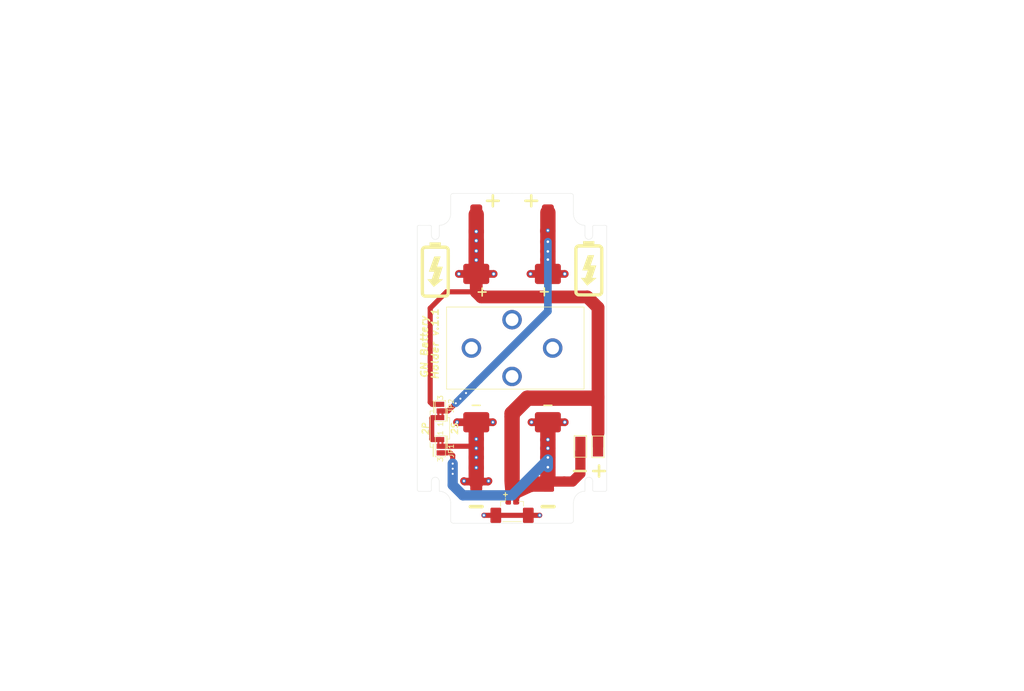
<source format=kicad_pcb>
(kicad_pcb (version 20211014) (generator pcbnew)
  (title_block (title "Generic Node Battery Holder") (date "2020-09-30") (rev "1.1") (company "The Things Industries") (comment 1 "drawn by: Orkhan Amiraslanov"))
  (layers (0 "F.Cu" signal) (31 "B.Cu" signal) (34 "B.Paste" user) (35 "F.Paste" user) (36 "B.SilkS" user "B.Silkscreen") (37 "F.SilkS" user "F.Silkscreen") (38 "B.Mask" user) (39 "F.Mask" user) (44 "Edge.Cuts" user))
  (net 0 "")
  (net 1 "VCC")
  (net 2 "GND")
  (net 3 "Net-(BT1-Pad1)")
  (net 4 "Net-(BT2-Pad2)")
  (net 5 "Net-(JP1-Pad1)")
  (footprint "node-lib-v1:Keystone_69_clip" (layer "F.Cu") (at 150 98 180)
    (fp_text reference "BTclip1" hide)
    (fp_text value "PN69")
    (fp_line (start -14.0716 -8.0264) (end 12.8016 -8.0264) (layer "F.SilkS") (width 0.12))
    (fp_line (start 12.8016 -8.0264) (end 12.8016 8.0264) (layer "F.SilkS") (width 0.12))
    (fp_line (start 12.8016 8.0264) (end -14.0716 8.0264) (layer "F.SilkS") (width 0.12))
    (fp_line (start -14.0716 8.0264) (end -14.0716 -8.0264) (layer "F.SilkS") (width 0.12))
    (pad "1" thru_hole circle locked (at 0 5.5499 180) (size 3.81 3.81) (drill 2.4892) (layers *.Cu *.Mask))
    (pad "1" thru_hole circle locked (at 7.9375 0 180) (size 3.81 3.81) (drill 2.4892) (layers *.Cu *.Mask))
    (pad "1" thru_hole circle locked (at 0 -5.5499 180) (size 3.81 3.81) (drill 2.4892) (layers *.Cu *.Mask))
    (pad "1" thru_hole circle locked (at -7.9375 0 180) (size 3.81 3.81) (drill 2.4892) (layers *.Cu *.Mask "F.Paste"))
  )
  (footprint "node-lib-v1:keystone-PN57" (layer "F.Cu") (at 143 98 90)
    (fp_text reference "BT2" hide)
    (fp_text value "PN57" hide)
    (fp_text user "-" (at -11.05 0) (layer "F.SilkS") (effects (font (size 2 2) (thickness 0.3))))
    (fp_text user "+" (at 10.956 1.011 90) (layer "F.SilkS") (effects (font (size 2 2) (thickness 0.3))))
    (pad "1" smd roundrect locked (at 26.1112 0 90) (size 3.9624 2.3368) (layers "F.Cu" "F.Paste" "F.Mask") (roundrect_rratio 0.2139999144) (net 1 "VCC"))
    (pad "1" smd roundrect locked (at 14.5034 0 90) (size 3.96 5.08) (layers "F.Cu" "F.Paste" "F.Mask") (roundrect_rratio 0.126) (net 1 "VCC"))
    (pad "2" smd roundrect locked (at -14.5034 0 90) (size 3.96 5.08) (layers "F.Cu" "F.Paste" "F.Mask") (roundrect_rratio 0.126) (net 4 "Net-(BT2-Pad2)"))
    (pad "2" smd roundrect locked (at -26.1112 0 90) (size 3.9624 2.3368) (layers "F.Cu" "F.Paste" "F.Mask") (roundrect_rratio 0.2139999144) (net 4 "Net-(BT2-Pad2)"))
  )
  (footprint "TestPoint:TestPoint_Keystone_5019_Minature" (layer "F.Cu") (at 166.8 117.3 -90)
    (fp_text reference "J2" hide)
    (fp_text value "Batt+")
    (fp_line (start 2.1 -1.2) (end 2.1 1.2) (layer "F.SilkS") (width 0.15))
    (fp_line (start -2.1 -1.2) (end 2.1 -1.2) (layer "F.SilkS") (width 0.15))
    (fp_line (start -2.1 1.2) (end -2.1 -1.2) (layer "F.SilkS") (width 0.15))
    (fp_line (start 2.1 1.2) (end -2.1 1.2) (layer "F.SilkS") (width 0.15))
    (pad "1" smd rect locked (at 0 0 270) (size 3.8 2) (layers "F.Cu" "F.Mask") (net 1 "VCC"))
  )
  (footprint "node-lib-v1:keystone-PN57" (layer "F.Cu") (at 157 98 90)
    (fp_text reference "BT1" hide)
    (fp_text value "PN57")
    (fp_text user "-" (at -11.05 0) (layer "F.SilkS") (effects (font (size 2 2) (thickness 0.3))))
    (fp_text user "+" (at 11.004 -0.843 90) (layer "F.SilkS") (effects (font (size 2 2) (thickness 0.3))))
    (pad "1" smd roundrect locked (at 26.1112 0 90) (size 3.9624 2.3368) (layers "F.Cu" "F.Paste" "F.Mask") (roundrect_rratio 0.2139999144) (net 3 "Net-(BT1-Pad1)"))
    (pad "1" smd roundrect locked (at 14.5034 0 90) (size 3.96 5.08) (layers "F.Cu" "F.Paste" "F.Mask") (roundrect_rratio 0.126) (net 3 "Net-(BT1-Pad1)"))
    (pad "2" smd roundrect locked (at -26.1112 0 90) (size 3.9624 2.3368) (layers "F.Cu" "F.Paste" "F.Mask") (roundrect_rratio 0.2139999144) (net 2 "GND"))
    (pad "2" smd roundrect locked (at -14.5034 0 90) (size 3.96 5.08) (layers "F.Cu" "F.Paste" "F.Mask") (roundrect_rratio 0.126) (net 2 "GND"))
  )
  (footprint "TestPoint:TestPoint_Keystone_5019_Minature" (layer "F.Cu") (at 163.350001 117.25 90)
    (fp_text reference "J1" hide)
    (fp_text value "Batt-")
    (fp_line (start 2.1 -1.2) (end 2.1 1.2) (layer "F.SilkS") (width 0.15))
    (fp_line (start -2.1 1.2) (end -2.1 -1.2) (layer "F.SilkS") (width 0.15))
    (fp_line (start -2.1 -1.2) (end 2.1 -1.2) (layer "F.SilkS") (width 0.15))
    (fp_line (start 2.1 1.2) (end -2.1 1.2) (layer "F.SilkS") (width 0.15))
    (pad "1" smd rect locked (at 0 0 90) (size 3.8 2) (layers "F.Cu" "F.Mask") (net 2 "GND"))
  )
  (footprint "Connector_Molex:Molex_PicoBlade_53398-0271_1x02-1MP_P1.25mm_Vertical" (layer "F.Cu") (at 150 129.21)
    (fp_text reference "J3" hide)
    (fp_text value "MOLEX PicoBlade 1.25mm")
    (fp_line (start -2.235 -0.26) (end -2.235 -1.21) (layer "F.SilkS") (width 0.12))
    (fp_line (start 2.235 -1.21) (end 1.285 -1.21) (layer "F.SilkS") (width 0.12))
    (fp_line (start -2.235 -1.21) (end -1.285 -1.21) (layer "F.SilkS") (width 0.12))
    (fp_line (start 2.235 -0.26) (end 2.235 -1.21) (layer "F.SilkS") (width 0.12))
    (fp_line (start -1.865 2.71) (end 1.865 2.71) (layer "F.SilkS") (width 0.12))
    (fp_line (start -1.285 -1.21) (end -1.285 -1.9) (layer "F.SilkS") (width 0.12))
    (pad "1" smd roundrect locked (at -0.625 -1.25) (size 0.8 1.3) (layers "F.Cu" "F.Paste" "F.Mask") (net 1 "VCC"))
    (pad "2" smd roundrect locked (at 0.625 -1.25) (size 0.8 1.3) (layers "F.Cu" "F.Paste" "F.Mask") (net 2 "GND"))
    (pad "MP" smd roundrect locked (at 3.175 1.5) (size 2.1 3) (layers "F.Cu" "F.Paste" "F.Mask") (roundrect_rratio 0.1190471429))
    (pad "MP" smd roundrect locked (at -3.175 1.5) (size 2.1 3) (layers "F.Cu" "F.Paste" "F.Mask") (roundrect_rratio 0.1190471429))
  )
  (footprint "node-lib-v1:Icon_Battery_1200px" (layer "F.Cu") (at 135 82.75)
    (fp_text reference "G-BT1" hide)
    (fp_text value "LOGO" hide)
    (fp_poly (pts (xy 1.0795 -4.804833) (xy 1.508125 -4.804711) (xy 1.648031 -4.80365) (xy 1.782052 -4.800772) (xy 1.901206 -4.796408) (xy 1.996508 -4.790893) (xy 2.058975 -4.78456) (xy 2.06136 -4.784181) (xy 2.245435 -4.733347) (xy 2.413916 -4.646351) (xy 2.561919 -4.527986) (xy 2.684559 -4.383046) (xy 2.776951 -4.216326) (xy 2.834213 -4.03262) (xy 2.835895 -4.023977) (xy 2.838822 -3.986851) (xy 2.841536 -3.907589) (xy 2.844036 -3.786387) (xy 2.846321 -3.623444) (xy 2.84839 -3.418956) (xy 2.850242 -3.173119) (xy 2.851876 -2.886131) (xy 2.853292 -2.558189) (xy 2.854487 -2.189489) (xy 2.855463 -1.780228) (xy 2.856216 -1.330605) (xy 2.856747 -0.840814) (xy 2.857054 -0.311053) (xy 2.857137 0.25848) (xy 2.857133 0.315098) (xy 2.857107 0.823217) (xy 2.857092 1.290769) (xy 2.857039 1.719519) (xy 2.856901 2.111233) (xy 2.85663 2.467676) (xy 2.856179 2.790614) (xy 2.855501 3.081812) (xy 2.854547 3.343037) (xy 2.853271 3.576054) (xy 2.851625 3.782629) (xy 2.849561 3.964527) (xy 2.847033 4.123513) (xy 2.843991 4.261354) (xy 2.84039 4.379816) (xy 2.836181 4.480663) (xy 2.831318 4.565662) (xy 2.825752 4.636578) (xy 2.819436 4.695177) (xy 2.812322 4.743225) (xy 2.804364 4.782487) (xy 2.795513 4.814728) (xy 2.785722 4.841715) (xy 2.774944 4.865213) (xy 2.763131 4.886988) (xy 2.750235 4.908805) (xy 2.73621 4.932431) (xy 2.732789 4.938359) (xy 2.61615 5.100425) (xy 2.469414 5.234363) (xy 2.296778 5.33687) (xy 2.161105 5.388659) (xy 2.123148 5.393716) (xy 2.046501 5.398314) (xy 1.934748 5.402453) (xy 1.791473 5.406136) (xy 1.620261 5.409364) (xy 1.424696 5.412136) (xy 1.208363 5.414454) (xy 0.974845 5.416319) (xy 0.727728 5.417732) (xy 0.470595 5.418695) (xy 0.207031 5.419207) (xy -0.059379 5.41927) (xy -0.325051 5.418885) (xy -0.586401 5.418053) (xy -0.839845 5.416774) (xy -1.081797 5.415051) (xy -1.308674 5.412883) (xy -1.516891 5.410272) (xy -1.702863 5.407219) (xy -1.863007 5.403724) (xy -1.993738 5.399789) (xy -2.091471 5.395415) (xy -2.152623 5.390602) (xy -2.17033 5.387484) (xy -2.355671 5.307686) (xy -2.519841 5.193954) (xy -2.657233 5.050767) (xy -2.732789 4.938359) (xy -2.747083 4.914062) (xy -2.760236 4.891982) (xy -2.772296 4.870355) (xy -2.78331 4.847414) (xy -2.793326 4.821394) (xy -2.802391 4.790529) (xy -2.810552 4.753054) (xy -2.817857 4.707202) (xy -2.824354 4.651209) (xy -2.83009 4.583308) (xy -2.835113 4.501735) (xy -2.839469 4.404722) (xy -2.843207 4.290505) (xy -2.846374 4.157318) (xy -2.849017 4.003396) (xy -2.851185 3.826972) (xy -2.852923 3.626281) (xy -2.854281 3.399557) (xy -2.855305 3.145035) (xy -2.856043 2.860949) (xy -2.856543 2.545533) (xy -2.856851 2.197022) (xy -2.857016 1.81365) (xy -2.857084 1.393652) (xy -2.857104 0.935261) (xy -2.857123 0.436712) (xy -2.857132 0.315098) (xy -2.857071 -0.258234) (xy -2.856786 -0.791812) (xy -2.856276 -1.285438) (xy -2.855544 -1.738917) (xy -2.85459 -2.152051) (xy -2.853415 -2.524644) (xy -2.852021 -2.856497) (xy -2.850407 -3.147416) (xy -2.848576 -3.397201) (xy -2.846528 -3.605658) (xy -2.844263 -3.772588) (xy -2.841784 -3.897795) (xy -2.839933 -3.955063) (xy -2.211916 -3.955063) (xy -2.211916 0.303177) (xy -2.211912 0.802361) (xy -2.211886 1.260965) (xy -2.211822 1.68074) (xy -2.211703 2.063439) (xy -2.211512 2.410814) (xy -2.211231 2.724618) (xy -2.210843 3.006603) (xy -2.210332 3.258521) (xy -2.20968 3.482124) (xy -2.20887 3.679166) (xy -2.207884 3.851399) (xy -2.206707 4.000574) (xy -2.20532 4.128445) (xy -2.203706 4.236763) (xy -2.201849 4.327282) (xy -2.199731 4.401753) (xy -2.197335 4.461929) (xy -2.194644 4.509562) (xy -2.19164 4.546404) (xy -2.188308 4.574209) (xy -2.184628 4.594728) (xy -2.180586 4.609714) (xy -2.176162 4.620919) (xy -2.171341 4.630096) (xy -2.169583 4.633106) (xy -2.120733 4.6927) (xy -2.058813 4.741266) (xy -2.053497 4.744231) (xy -2.039567 4.750894) (xy -2.022503 4.756763) (xy -1.999686 4.761887) (xy -1.968496 4.766317) (xy -1.926314 4.770104) (xy -1.870521 4.773298) (xy -1.798497 4.775948) (xy -1.707623 4.778106) (xy -1.59528 4.779821) (xy -1.458848 4.781145) (xy -1.295709 4.782126) (xy -1.103242 4.782816) (xy -0.878829 4.783265) (xy -0.61985 4.783523) (xy -0.323686 4.78364) (xy 0 4.783667) (xy 0.334552 4.783638) (xy 0.629389 4.783516) (xy 0.887132 4.783253) (xy 1.1104 4.782796) (xy 1.301811 4.782097) (xy 1.463985 4.781105) (xy 1.599542 4.779769) (xy 1.711101 4.778039) (xy 1.801281 4.775865) (xy 1.872702 4.773197) (xy 1.927982 4.769984) (xy 1.969741 4.766176) (xy 2.000598 4.761722) (xy 2.023173 4.756573) (xy 2.040085 4.750678) (xy 2.053497 4.744231) (xy 2.115283 4.697917) (xy 2.166409 4.63827) (xy 2.169584 4.633106) (xy 2.174546 4.624223) (xy 2.179105 4.613915) (xy 2.183277 4.60043) (xy 2.18708 4.582017) (xy 2.19053 4.556921) (xy 2.193645 4.523392) (xy 2.196442 4.479677) (xy 2.198937 4.424023) (xy 2.201149 4.354678) (xy 2.203095 4.269889) (xy 2.20479 4.167905) (xy 2.206254 4.046972) (xy 2.207501 3.905339) (xy 2.208551 3.741252) (xy 2.20942 3.552961) (xy 2.210124 3.338711) (xy 2.210682 3.096752) (xy 2.211111 2.82533) (xy 2.211426 2.522693) (xy 2.211647 2.187088) (xy 2.211789 1.816764) (xy 2.21187 1.409968) (xy 2.211906 0.964948) (xy 2.211916 0.47995) (xy 2.211917 0.303177) (xy 2.211917 -3.955063) (xy 2.168276 -4.013515) (xy 2.11786 -4.070029) (xy 2.066182 -4.115609) (xy 2.055833 -4.12292) (xy 2.043856 -4.129365) (xy 2.02767 -4.134999) (xy 2.004689 -4.139876) (xy 1.972332 -4.144052) (xy 1.928015 -4.147579) (xy 1.869154 -4.150514) (xy 1.793168 -4.15291) (xy 1.697471 -4.154823) (xy 1.579482 -4.156306) (xy 1.436618 -4.157414) (xy 1.266294 -4.158202) (xy 1.065927 -4.158725) (xy 0.832936 -4.159036) (xy 0.564735 -4.159191) (xy 0.258743 -4.159244) (xy 0 -4.15925) (xy -0.336364 -4.159238) (xy -0.632977 -4.159165) (xy -0.892424 -4.158977) (xy -1.117287 -4.15862) (xy -1.31015 -4.158038) (xy -1.473595 -4.157177) (xy -1.610205 -4.155983) (xy -1.722565 -4.154401) (xy -1.813257 -4.152377) (xy -1.884864 -4.149855) (xy -1.93997 -4.146782) (xy -1.981157 -4.143103) (xy -2.011009 -4.138763) (xy -2.03211 -4.133708) (xy -2.047041 -4.127882) (xy -2.058387 -4.121233) (xy -2.066181 -4.115609) (xy -2.122695 -4.065193) (xy -2.168275 -4.013515) (xy -2.211916 -3.955063) (xy -2.839933 -3.955063) (xy -2.839091 -3.981082) (xy -2.836184 -4.022252) (xy -2.835895 -4.023977) (xy -2.78034 -4.20834) (xy -2.689432 -4.375932) (xy -2.568056 -4.521961) (xy -2.421097 -4.641633) (xy -2.253437 -4.730154) (xy -2.069962 -4.782729) (xy -2.061359 -4.784181) (xy -1.999981 -4.790717) (xy -1.905644 -4.796398) (xy -1.787721 -4.800865) (xy -1.655584 -4.803755) (xy -1.529291 -4.804711) (xy -1.121833 -4.804833) (xy -1.121833 -5.418666) (xy 1.0795 -5.418666) (xy 1.0795 -4.804833)) (layer "F.SilkS") (width 0.01) (fill solid))
    (fp_poly (pts (xy 0.974554 -2.492693) (xy 0.93953 -2.391042) (xy 0.896247 -2.265781) (xy 0.846397 -2.121782) (xy 0.791675 -1.963912) (xy 0.733774 -1.797043) (xy 0.674387 -1.626043) (xy 0.615208 -1.455783) (xy 0.557929 -1.291132) (xy 0.504245 -1.136961) (xy 0.455849 -0.998138) (xy 0.414434 -0.879535) (xy 0.381694 -0.786019) (xy 0.359322 -0.722462) (xy 0.349011 -0.693733) (xy 0.348807 -0.693208) (xy 0.346702 -0.682092) (xy 0.353298 -0.673446) (xy 0.373163 -0.666963) (xy 0.410864 -0.662333) (xy 0.47097 -0.659249) (xy 0.558048 -0.657401) (xy 0.676666 -0.656482) (xy 0.831392 -0.656182) (xy 0.897319 -0.656166) (xy 1.046747 -0.655588) (xy 1.181273 -0.653958) (xy 1.295406 -0.651432) (xy 1.38365 -0.648168) (xy 1.440512 -0.644323) (xy 1.4605 -0.640083) (xy 1.453981 -0.617641) (xy 1.435198 -0.558589) (xy 1.405315 -0.466462) (xy 1.365497 -0.344799) (xy 1.316906 -0.197135) (xy 1.260707 -0.027008) (xy 1.198064 0.162046) (xy 1.13014 0.366491) (xy 1.060028 0.577001) (xy 0.659557 1.778) (xy 1.512455 1.778) (xy 1.460019 1.829369) (xy 1.429982 1.856331) (xy 1.372469 1.905663) (xy 1.291141 1.974346) (xy 1.18966 2.059365) (xy 1.071687 2.157703) (xy 0.940883 2.266344) (xy 0.800909 2.38227) (xy 0.655426 2.502465) (xy 0.508095 2.623913) (xy 0.362577 2.743597) (xy 0.222534 2.8585) (xy 0.091626 2.965606) (xy -0.026485 3.061898) (xy -0.128138 3.144359) (xy -0.209672 3.209973) (xy -0.267426 3.255723) (xy -0.297739 3.278593) (xy -0.301339 3.280659) (xy -0.317663 3.26494) (xy -0.358256 3.219858) (xy -0.420362 3.148634) (xy -0.501225 3.054493) (xy -0.598091 2.940654) (xy -0.708203 2.810342) (xy -0.828807 2.666779) (xy -0.939203 2.534709) (xy -1.561477 1.788584) (xy -1.125445 1.778) (xy -0.689413 1.767417) (xy -0.443537 1.04775) (xy -0.197661 0.328084) (xy -0.725449 0.322424) (xy -1.253238 0.316764) (xy -1.241341 0.269507) (xy -1.23237 0.242215) (xy -1.210222 0.178368) (xy -1.176064 0.081241) (xy -1.131061 -0.045891) (xy -1.076377 -0.199753) (xy -1.01318 -0.377071) (xy -0.942633 -0.574568) (xy -0.865902 -0.788971) (xy -0.784154 -1.017003) (xy -0.712318 -1.217083) (xy -0.195192 -2.656416) (xy 0.419753 -2.662026) (xy 1.034697 -2.667635) (xy 0.974554 -2.492693)) (layer "F.SilkS") (width 0.01) (fill solid))
  )
  (footprint "node-lib-v1:Icon_Battery_1200px" (layer "F.Cu") (at 165 82.5)
    (fp_text reference "G-BT1" hide)
    (fp_text value "LOGO" hide)
    (fp_poly (pts (xy 0.974554 -2.492693) (xy 0.93953 -2.391042) (xy 0.896247 -2.265781) (xy 0.846397 -2.121782) (xy 0.791675 -1.963912) (xy 0.733774 -1.797043) (xy 0.674387 -1.626043) (xy 0.615208 -1.455783) (xy 0.557929 -1.291132) (xy 0.504245 -1.136961) (xy 0.455849 -0.998138) (xy 0.414434 -0.879535) (xy 0.381694 -0.786019) (xy 0.359322 -0.722462) (xy 0.349011 -0.693733) (xy 0.348807 -0.693208) (xy 0.346702 -0.682092) (xy 0.353298 -0.673446) (xy 0.373163 -0.666963) (xy 0.410864 -0.662333) (xy 0.47097 -0.659249) (xy 0.558048 -0.657401) (xy 0.676666 -0.656482) (xy 0.831392 -0.656182) (xy 0.897319 -0.656166) (xy 1.046747 -0.655588) (xy 1.181273 -0.653958) (xy 1.295406 -0.651432) (xy 1.38365 -0.648168) (xy 1.440512 -0.644323) (xy 1.4605 -0.640083) (xy 1.453981 -0.617641) (xy 1.435198 -0.558589) (xy 1.405315 -0.466462) (xy 1.365497 -0.344799) (xy 1.316906 -0.197135) (xy 1.260707 -0.027008) (xy 1.198064 0.162046) (xy 1.13014 0.366491) (xy 1.060028 0.577001) (xy 0.659557 1.778) (xy 1.512455 1.778) (xy 1.460019 1.829369) (xy 1.429982 1.856331) (xy 1.372469 1.905663) (xy 1.291141 1.974346) (xy 1.18966 2.059365) (xy 1.071687 2.157703) (xy 0.940883 2.266344) (xy 0.800909 2.38227) (xy 0.655426 2.502465) (xy 0.508095 2.623913) (xy 0.362577 2.743597) (xy 0.222534 2.8585) (xy 0.091626 2.965606) (xy -0.026485 3.061898) (xy -0.128138 3.144359) (xy -0.209672 3.209973) (xy -0.267426 3.255723) (xy -0.297739 3.278593) (xy -0.301339 3.280659) (xy -0.317663 3.26494) (xy -0.358256 3.219858) (xy -0.420362 3.148634) (xy -0.501225 3.054493) (xy -0.598091 2.940654) (xy -0.708203 2.810342) (xy -0.828807 2.666779) (xy -0.939203 2.534709) (xy -1.561477 1.788584) (xy -1.125445 1.778) (xy -0.689413 1.767417) (xy -0.443537 1.04775) (xy -0.197661 0.328084) (xy -0.725449 0.322424) (xy -1.253238 0.316764) (xy -1.241341 0.269507) (xy -1.23237 0.242215) (xy -1.210222 0.178368) (xy -1.176064 0.081241) (xy -1.131061 -0.045891) (xy -1.076377 -0.199753) (xy -1.01318 -0.377071) (xy -0.942633 -0.574568) (xy -0.865902 -0.788971) (xy -0.784154 -1.017003) (xy -0.712318 -1.217083) (xy -0.195192 -2.656416) (xy 0.419753 -2.662026) (xy 1.034697 -2.667635) (xy 0.974554 -2.492693)) (layer "F.SilkS") (width 0.01) (fill solid))
    (fp_poly (pts (xy 1.0795 -4.804833) (xy 1.508125 -4.804711) (xy 1.648031 -4.80365) (xy 1.782052 -4.800772) (xy 1.901206 -4.796408) (xy 1.996508 -4.790893) (xy 2.058975 -4.78456) (xy 2.06136 -4.784181) (xy 2.245435 -4.733347) (xy 2.413916 -4.646351) (xy 2.561919 -4.527986) (xy 2.684559 -4.383046) (xy 2.776951 -4.216326) (xy 2.834213 -4.03262) (xy 2.835895 -4.023977) (xy 2.838822 -3.986851) (xy 2.841536 -3.907589) (xy 2.844036 -3.786387) (xy 2.846321 -3.623444) (xy 2.84839 -3.418956) (xy 2.850242 -3.173119) (xy 2.851876 -2.886131) (xy 2.853292 -2.558189) (xy 2.854487 -2.189489) (xy 2.855463 -1.780228) (xy 2.856216 -1.330605) (xy 2.856747 -0.840814) (xy 2.857054 -0.311053) (xy 2.857137 0.25848) (xy 2.857133 0.315098) (xy 2.857107 0.823217) (xy 2.857092 1.290769) (xy 2.857039 1.719519) (xy 2.856901 2.111233) (xy 2.85663 2.467676) (xy 2.856179 2.790614) (xy 2.855501 3.081812) (xy 2.854547 3.343037) (xy 2.853271 3.576054) (xy 2.851625 3.782629) (xy 2.849561 3.964527) (xy 2.847033 4.123513) (xy 2.843991 4.261354) (xy 2.84039 4.379816) (xy 2.836181 4.480663) (xy 2.831318 4.565662) (xy 2.825752 4.636578) (xy 2.819436 4.695177) (xy 2.812322 4.743225) (xy 2.804364 4.782487) (xy 2.795513 4.814728) (xy 2.785722 4.841715) (xy 2.774944 4.865213) (xy 2.763131 4.886988) (xy 2.750235 4.908805) (xy 2.73621 4.932431) (xy 2.732789 4.938359) (xy 2.61615 5.100425) (xy 2.469414 5.234363) (xy 2.296778 5.33687) (xy 2.161105 5.388659) (xy 2.123148 5.393716) (xy 2.046501 5.398314) (xy 1.934748 5.402453) (xy 1.791473 5.406136) (xy 1.620261 5.409364) (xy 1.424696 5.412136) (xy 1.208363 5.414454) (xy 0.974845 5.416319) (xy 0.727728 5.417732) (xy 0.470595 5.418695) (xy 0.207031 5.419207) (xy -0.059379 5.41927) (xy -0.325051 5.418885) (xy -0.586401 5.418053) (xy -0.839845 5.416774) (xy -1.081797 5.415051) (xy -1.308674 5.412883) (xy -1.516891 5.410272) (xy -1.702863 5.407219) (xy -1.863007 5.403724) (xy -1.993738 5.399789) (xy -2.091471 5.395415) (xy -2.152623 5.390602) (xy -2.17033 5.387484) (xy -2.355671 5.307686) (xy -2.519841 5.193954) (xy -2.657233 5.050767) (xy -2.732789 4.938359) (xy -2.747083 4.914062) (xy -2.760236 4.891982) (xy -2.772296 4.870355) (xy -2.78331 4.847414) (xy -2.793326 4.821394) (xy -2.802391 4.790529) (xy -2.810552 4.753054) (xy -2.817857 4.707202) (xy -2.824354 4.651209) (xy -2.83009 4.583308) (xy -2.835113 4.501735) (xy -2.839469 4.404722) (xy -2.843207 4.290505) (xy -2.846374 4.157318) (xy -2.849017 4.003396) (xy -2.851185 3.826972) (xy -2.852923 3.626281) (xy -2.854281 3.399557) (xy -2.855305 3.145035) (xy -2.856043 2.860949) (xy -2.856543 2.545533) (xy -2.856851 2.197022) (xy -2.857016 1.81365) (xy -2.857084 1.393652) (xy -2.857104 0.935261) (xy -2.857123 0.436712) (xy -2.857132 0.315098) (xy -2.857071 -0.258234) (xy -2.856786 -0.791812) (xy -2.856276 -1.285438) (xy -2.855544 -1.738917) (xy -2.85459 -2.152051) (xy -2.853415 -2.524644) (xy -2.852021 -2.856497) (xy -2.850407 -3.147416) (xy -2.848576 -3.397201) (xy -2.846528 -3.605658) (xy -2.844263 -3.772588) (xy -2.841784 -3.897795) (xy -2.839933 -3.955063) (xy -2.211916 -3.955063) (xy -2.211916 0.303177) (xy -2.211912 0.802361) (xy -2.211886 1.260965) (xy -2.211822 1.68074) (xy -2.211703 2.063439) (xy -2.211512 2.410814) (xy -2.211231 2.724618) (xy -2.210843 3.006603) (xy -2.210332 3.258521) (xy -2.20968 3.482124) (xy -2.20887 3.679166) (xy -2.207884 3.851399) (xy -2.206707 4.000574) (xy -2.20532 4.128445) (xy -2.203706 4.236763) (xy -2.201849 4.327282) (xy -2.199731 4.401753) (xy -2.197335 4.461929) (xy -2.194644 4.509562) (xy -2.19164 4.546404) (xy -2.188308 4.574209) (xy -2.184628 4.594728) (xy -2.180586 4.609714) (xy -2.176162 4.620919) (xy -2.171341 4.630096) (xy -2.169583 4.633106) (xy -2.120733 4.6927) (xy -2.058813 4.741266) (xy -2.053497 4.744231) (xy -2.039567 4.750894) (xy -2.022503 4.756763) (xy -1.999686 4.761887) (xy -1.968496 4.766317) (xy -1.926314 4.770104) (xy -1.870521 4.773298) (xy -1.798497 4.775948) (xy -1.707623 4.778106) (xy -1.59528 4.779821) (xy -1.458848 4.781145) (xy -1.295709 4.782126) (xy -1.103242 4.782816) (xy -0.878829 4.783265) (xy -0.61985 4.783523) (xy -0.323686 4.78364) (xy 0 4.783667) (xy 0.334552 4.783638) (xy 0.629389 4.783516) (xy 0.887132 4.783253) (xy 1.1104 4.782796) (xy 1.301811 4.782097) (xy 1.463985 4.781105) (xy 1.599542 4.779769) (xy 1.711101 4.778039) (xy 1.801281 4.775865) (xy 1.872702 4.773197) (xy 1.927982 4.769984) (xy 1.969741 4.766176) (xy 2.000598 4.761722) (xy 2.023173 4.756573) (xy 2.040085 4.750678) (xy 2.053497 4.744231) (xy 2.115283 4.697917) (xy 2.166409 4.63827) (xy 2.169584 4.633106) (xy 2.174546 4.624223) (xy 2.179105 4.613915) (xy 2.183277 4.60043) (xy 2.18708 4.582017) (xy 2.19053 4.556921) (xy 2.193645 4.523392) (xy 2.196442 4.479677) (xy 2.198937 4.424023) (xy 2.201149 4.354678) (xy 2.203095 4.269889) (xy 2.20479 4.167905) (xy 2.206254 4.046972) (xy 2.207501 3.905339) (xy 2.208551 3.741252) (xy 2.20942 3.552961) (xy 2.210124 3.338711) (xy 2.210682 3.096752) (xy 2.211111 2.82533) (xy 2.211426 2.522693) (xy 2.211647 2.187088) (xy 2.211789 1.816764) (xy 2.21187 1.409968) (xy 2.211906 0.964948) (xy 2.211916 0.47995) (xy 2.211917 0.303177) (xy 2.211917 -3.955063) (xy 2.168276 -4.013515) (xy 2.11786 -4.070029) (xy 2.066182 -4.115609) (xy 2.055833 -4.12292) (xy 2.043856 -4.129365) (xy 2.02767 -4.134999) (xy 2.004689 -4.139876) (xy 1.972332 -4.144052) (xy 1.928015 -4.147579) (xy 1.869154 -4.150514) (xy 1.793168 -4.15291) (xy 1.697471 -4.154823) (xy 1.579482 -4.156306) (xy 1.436618 -4.157414) (xy 1.266294 -4.158202) (xy 1.065927 -4.158725) (xy 0.832936 -4.159036) (xy 0.564735 -4.159191) (xy 0.258743 -4.159244) (xy 0 -4.15925) (xy -0.336364 -4.159238) (xy -0.632977 -4.159165) (xy -0.892424 -4.158977) (xy -1.117287 -4.15862) (xy -1.31015 -4.158038) (xy -1.473595 -4.157177) (xy -1.610205 -4.155983) (xy -1.722565 -4.154401) (xy -1.813257 -4.152377) (xy -1.884864 -4.149855) (xy -1.93997 -4.146782) (xy -1.981157 -4.143103) (xy -2.011009 -4.138763) (xy -2.03211 -4.133708) (xy -2.047041 -4.127882) (xy -2.058387 -4.121233) (xy -2.066181 -4.115609) (xy -2.122695 -4.065193) (xy -2.168275 -4.013515) (xy -2.211916 -3.955063) (xy -2.839933 -3.955063) (xy -2.839091 -3.981082) (xy -2.836184 -4.022252) (xy -2.835895 -4.023977) (xy -2.78034 -4.20834) (xy -2.689432 -4.375932) (xy -2.568056 -4.521961) (xy -2.421097 -4.641633) (xy -2.253437 -4.730154) (xy -2.069962 -4.782729) (xy -2.061359 -4.784181) (xy -1.999981 -4.790717) (xy -1.905644 -4.796398) (xy -1.787721 -4.800865) (xy -1.655584 -4.803755) (xy -1.529291 -4.804711) (xy -1.121833 -4.804833) (xy -1.121833 -5.418666) (xy 1.0795 -5.418666) (xy 1.0795 -4.804833)) (layer "F.SilkS") (width 0.01) (fill solid))
  )
  (footprint "Jumper:SolderJumper-3_P1.3mm_Bridged2Bar12_Pad1.0x1.5mm_NumberLabels" (layer "F.Cu") (at 136 117.2 -90)
    (fp_text reference "JP1" (at 0.9 -2.1 90) (layer "F.SilkS"))
    (fp_text value "BT2_J")
    (fp_text user "1" (at -2.6 0 90) (layer "F.SilkS"))
    (fp_text user "3" (at 2.6 0 90) (layer "F.SilkS"))
    (fp_poly (pts (xy -0.9 0.2) (xy -0.4 0.2) (xy -0.4 0.6) (xy -0.9 0.6)) (layer "F.Cu") (width 0) (fill solid))
    (fp_poly (pts (xy -0.9 -0.6) (xy -0.4 -0.6) (xy -0.4 -0.2) (xy -0.9 -0.2)) (layer "F.Cu") (width 0) (fill solid))
    (fp_line (start 2.05 1) (end -2.05 1) (layer "F.SilkS") (width 0.12))
    (fp_line (start -2.05 -1) (end 2.05 -1) (layer "F.SilkS") (width 0.12))
    (fp_line (start -2.05 1) (end -2.05 -1) (layer "F.SilkS") (width 0.12))
    (fp_line (start 2.05 -1) (end 2.05 1) (layer "F.SilkS") (width 0.12))
    (pad "1" smd rect locked (at -1.3 0 270) (size 1 1.5) (layers "F.Cu" "F.Mask") (net 5 "Net-(JP1-Pad1)"))
    (pad "2" smd rect locked (at 0 0 270) (size 1 1.5) (layers "F.Cu" "F.Mask") (net 4 "Net-(BT2-Pad2)"))
    (pad "3" smd rect locked (at 1.3 0 270) (size 1 1.5) (layers "F.Cu" "F.Mask") (net 2 "GND"))
  )
  (footprint "Jumper:SolderJumper-3_P1.3mm_Bridged2Bar12_Pad1.0x1.5mm_NumberLabels" (layer "F.Cu") (at 136 110.3 90)
    (fp_text reference "JP2" (at 1 2.1 90) (layer "F.SilkS"))
    (fp_text value "BT1_J")
    (fp_text user "3" (at 2.6 0 90) (layer "F.SilkS"))
    (fp_text user "1" (at -2.6 0 90) (layer "F.SilkS"))
    (fp_poly (pts (xy -0.9 -0.6) (xy -0.4 -0.6) (xy -0.4 -0.2) (xy -0.9 -0.2)) (layer "F.Cu") (width 0) (fill solid))
    (fp_poly (pts (xy -0.9 0.2) (xy -0.4 0.2) (xy -0.4 0.6) (xy -0.9 0.6)) (layer "F.Cu") (width 0) (fill solid))
    (fp_line (start 2.05 -1) (end 2.05 1) (layer "F.SilkS") (width 0.12))
    (fp_line (start 2.05 1) (end -2.05 1) (layer "F.SilkS") (width 0.12))
    (fp_line (start -2.05 1) (end -2.05 -1) (layer "F.SilkS") (width 0.12))
    (fp_line (start -2.05 -1) (end 2.05 -1) (layer "F.SilkS") (width 0.12))
    (pad "1" smd rect locked (at -1.3 0 90) (size 1 1.5) (layers "F.Cu" "F.Mask") (net 5 "Net-(JP1-Pad1)"))
    (pad "2" smd rect locked (at 0 0 90) (size 1 1.5) (layers "F.Cu" "F.Mask") (net 3 "Net-(BT1-Pad1)"))
    (pad "3" smd rect locked (at 1.3 0 90) (size 1 1.5) (layers "F.Cu" "F.Mask") (net 1 "VCC"))
  )
  (gr_line (start 134.682971 108.317754) (end 134.682971 110.717754) (layer "F.SilkS") (width 0.2))
  (gr_line (start 137.296471 109.902777) (end 137.296471 112.302777) (layer "F.SilkS") (width 0.2))
  (gr_line (start 137.288266 115.1813) (end 137.288266 117.5813) (layer "F.SilkS") (width 0.2))
  (gr_line (start 134 110.3) (end 134 117.4) (layer "F.SilkS") (width 0.12))
  (gr_line (start 134 117.4) (end 134.6 117.4) (layer "F.SilkS") (width 0.12))
  (gr_line (start 137.3 111.6) (end 137.8 111.6) (layer "F.SilkS") (width 0.12))
  (gr_line (start 137.8 115.8) (end 137.3 115.8) (layer "F.SilkS") (width 0.12))
  (gr_line (start 137.8 111.6) (end 137.8 115.8) (layer "F.SilkS") (width 0.12))
  (gr_line (start 134.6 116.8) (end 134.6 119.2) (layer "F.SilkS") (width 0.2))
  (gr_line (start 134.7 110.3) (end 134 110.3) (layer "F.SilkS") (width 0.12))
  (gr_arc (start 134.25 124) (mid 135 123.25) (end 135.75 124) (layer "Edge.Cuts") (width 0.05))
  (gr_line (start 134.25 125.75) (end 134.25 124) (layer "Edge.Cuts") (width 0.05))
  (gr_line (start 165.75 74.25) (end 165.75 76) (layer "Edge.Cuts") (width 0.05))
  (gr_arc (start 165.75 76) (mid 165 76.75) (end 164.25 76) (layer "Edge.Cuts") (width 0.05))
  (gr_arc (start 164.25 124) (mid 165 123.25) (end 165.75 124) (layer "Edge.Cuts") (width 0.05))
  (gr_line (start 165.75 125.75) (end 165.75 124) (layer "Edge.Cuts") (width 0.05))
  (gr_arc (start 135.75 76) (mid 135 76.75) (end 134.25 76) (layer "Edge.Cuts") (width 0.05))
  (gr_line (start 134.25 74.25) (end 134.25 76) (layer "Edge.Cuts") (width 0.05))
  (gr_line (start 162 68.25) (end 162 71.75) (layer "Edge.Cuts") (width 0.05))
  (gr_line (start 134 126) (end 131.75 126) (layer "Edge.Cuts") (width 0.05))
  (gr_line (start 135.75 74) (end 135.75 76) (layer "Edge.Cuts") (width 0.05))
  (gr_line (start 164.25 74) (end 164.25 76) (layer "Edge.Cuts") (width 0.05))
  (gr_arc (start 168.25 74) (mid 168.426777 74.073223) (end 168.5 74.25) (layer "Edge.Cuts") (width 0.05))
  (gr_arc (start 161.5 67.75) (mid 161.853553 67.896447) (end 162 68.25) (layer "Edge.Cuts") (width 0.05))
  (gr_line (start 162 131.75) (end 162 128.25) (layer "Edge.Cuts") (width 0.05))
  (gr_line (start 164.25 126) (end 164.25 124) (layer "Edge.Cuts") (width 0.05))
  (gr_line (start 168.25 126) (end 166 126) (layer "Edge.Cuts") (width 0.05))
  (gr_arc (start 138.5 132.25) (mid 138.146447 132.103553) (end 138 131.75) (layer "Edge.Cuts") (width 0.05))
  (gr_line (start 131.5 84.25) (end 131.5 74.25) (layer "Edge.Cuts") (width 0.05))
  (gr_arc (start 162 131.75) (mid 161.853553 132.103553) (end 161.5 132.25) (layer "Edge.Cuts") (width 0.05))
  (gr_line (start 150 67.75) (end 161.5 67.75) (layer "Edge.Cuts") (width 0.05))
  (gr_line (start 150 132.25) (end 161.5 132.25) (layer "Edge.Cuts") (width 0.05))
  (gr_line (start 168.25 74) (end 166 74) (layer "Edge.Cuts") (width 0.05))
  (gr_line (start 134 74) (end 131.75 74) (layer "Edge.Cuts") (width 0.05))
  (gr_arc (start 134.25 125.75) (mid 134.176777 125.926777) (end 134 126) (layer "Edge.Cuts") (width 0.05))
  (gr_line (start 150 67.75) (end 138.5 67.75) (layer "Edge.Cuts") (width 0.05))
  (gr_arc (start 135.75 126) (mid 137.34099 126.65901) (end 138 128.25) (layer "Edge.Cuts") (width 0.05))
  (gr_line (start 138 131.75) (end 138 128.25) (layer "Edge.Cuts") (width 0.05))
  (gr_line (start 135.75 126) (end 135.75 124) (layer "Edge.Cuts") (width 0.05))
  (gr_arc (start 138 71.75) (mid 137.34099 73.34099) (end 135.75 74) (layer "Edge.Cuts") (width 0.05))
  (gr_arc (start 131.75 126) (mid 131.573223 125.926777) (end 131.5 125.75) (layer "Edge.Cuts") (width 0.05))
  (gr_line (start 138 68.25) (end 138 71.75) (layer "Edge.Cuts") (width 0.05))
  (gr_arc (start 166 126) (mid 165.823223 125.926777) (end 165.75 125.75) (layer "Edge.Cuts") (width 0.05))
  (gr_arc (start 164.25 74) (mid 162.65901 73.34099) (end 162 71.75) (layer "Edge.Cuts") (width 0.05))
  (gr_line (start 131.5 125.75) (end 131.5 84.25) (layer "Edge.Cuts") (width 0.05))
  (gr_arc (start 134 74) (mid 134.176777 74.073223) (end 134.25 74.25) (layer "Edge.Cuts") (width 0.05))
  (gr_arc (start 131.5 74.25) (mid 131.573223 74.073223) (end 131.75 74) (layer "Edge.Cuts") (width 0.05))
  (gr_arc (start 138 68.25) (mid 138.146447 67.896447) (end 138.5 67.75) (layer "Edge.Cuts") (width 0.05))
  (gr_arc (start 162 128.25) (mid 162.65901 126.65901) (end 164.25 126) (layer "Edge.Cuts") (width 0.05))
  (gr_arc (start 168.5 125.75) (mid 168.426777 125.926777) (end 168.25 126) (layer "Edge.Cuts") (width 0.05))
  (gr_arc (start 165.75 74.25) (mid 165.823223 74.073223) (end 166 74) (layer "Edge.Cuts") (width 0.05))
  (gr_line (start 168.5 74.25) (end 168.5 125.75) (layer "Edge.Cuts") (width 0.05))
  (gr_line (start 150 132.25) (end 138.5 132.25) (layer "Edge.Cuts") (width 0.05))
  (gr_text "-" (at 163.25 122.25 180) (layer "F.SilkS") (effects (font (size 2.8 3) (thickness 0.5))))
  (gr_text "-" (at 143 128.8) (layer "F.SilkS") (effects (font (size 3 3) (thickness 0.7))))
  (gr_text "-" (at 157.05 128.8) (layer "F.SilkS") (effects (font (size 3 3) (thickness 0.7))))
  (gr_text "+" (at 146.25 69) (layer "F.SilkS") (effects (font (size 2.8 3) (thickness 0.5))))
  (gr_text "+" (at 153.75 69) (layer "F.SilkS") (effects (font (size 2.8 3) (thickness 0.5))))
  (gr_text "+" (at 148.7 126.575) (layer "F.SilkS") (effects (font (size 1 1) (thickness 0.2))))
  (gr_text "2P" (at 133.1 113.8 90) (layer "F.SilkS") (effects (font (size 1.2 1.2) (thickness 0.25) italic)))
  (gr_text "GN Battery \nHolder v.1.1" (at 133.9 97.2 90) (layer "F.SilkS") (effects (font (size 1.3 1.5) (thickness 0.3) italic)))
  (gr_text "2S" (at 138.8 113.771428 90) (layer "F.SilkS") (effects (font (size 1.2 1.2) (thickness 0.25) italic)))
  (gr_text "+" (at 167 122.25 180) (layer "F.SilkS") (effects (font (size 2.8 3) (thickness 0.5))))
  (segment (start 153.175 130.71) (end 146.79 130.71) (width 1) (layer "F.Cu") (net 0))
  (segment (start 144.51 130.71) (end 144.5 130.7) (width 1) (layer "F.Cu") (net 0))
  (segment (start 146.825 130.71) (end 144.51 130.71) (width 1) (layer "F.Cu") (net 0))
  (segment (start 155.39 130.71) (end 155.4 130.7) (width 1) (layer "F.Cu") (net 0))
  (segment (start 153.175 130.71) (end 155.39 130.71) (width 1) (layer "F.Cu") (net 0))
  (via (at 155.4 130.7) (size 0.8) (drill 0.4) (layers "F.Cu" "B.Cu") (net 0))
  (via (at 144.5 130.7) (size 0.8) (drill 0.4) (layers "F.Cu" "B.Cu") (net 0))
  (segment (start 143 77) (end 143 79) (width 3) (layer "F.Cu") (net 1))
  (segment (start 143 79) (end 143 80.8) (width 3) (layer "F.Cu") (net 1))
  (segment (start 143 80.8) (end 143 83.5) (width 3) (layer "F.Cu") (net 1))
  (segment (start 143 75.2) (end 143 83.4966) (width 3) (layer "F.Cu") (net 1))
  (segment (start 139.6034 83.4966) (end 139.6 83.5) (width 1.5) (layer "F.Cu") (net 1))
  (segment (start 153 107.8) (end 166 107.8) (width 3) (layer "F.Cu") (net 1))
  (segment (start 164.7 88) (end 144 88) (width 2.5) (layer "F.Cu") (net 1))
  (segment (start 150 111.4) (end 150 110.8) (width 3) (layer "F.Cu") (net 1))
  (segment (start 166 107.8) (end 166.3 108.1) (width 3) (layer "F.Cu") (net 1))
  (segment (start 146.3966 83.4966) (end 146.4 83.5) (width 1.5) (layer "F.Cu") (net 1))
  (segment (start 143 71.8888) (end 143 75.2) (width 3) (layer "F.Cu") (net 1))
  (segment (start 150 125.2) (end 150 111.4) (width 1) (layer "F.Cu") (net 1))
  (segment (start 166.8 90.1) (end 164.7 88) (width 2.5) (layer "F.Cu") (net 1))
  (segment (start 166.8 117.3) (end 166.8 114.6) (width 2) (layer "F.Cu") (net 1))
  (segment (start 166.3 108.1) (end 166.8 107.6) (width 1) (layer "F.Cu") (net 1))
  (segment (start 150 110.8) (end 153 107.8) (width 3) (layer "F.Cu") (net 1))
  (segment (start 134 108.6) (end 134 90.2) (width 1) (layer "F.Cu") (net 1))
  (segment (start 143 87) (end 143 80.8) (width 2.5) (layer "F.Cu") (net 1))
  (segment (start 134 90.2) (end 137.2 87) (width 1) (layer "F.Cu") (net 1))
  (segment (start 136 109) (end 134.4 109) (width 1) (layer "F.Cu") (net 1))
  (segment (start 150 111.4) (end 150 124) (width 3) (layer "F.Cu") (net 1))
  (segment (start 149.375 127.96) (end 149.375 125.825) (width 0.8) (layer "F.Cu") (net 1))
  (segment (start 143 83.4966) (end 139.6034 83.4966) (width 1.5) (layer "F.Cu") (net 1))
  (segment (start 144 88) (end 143 87) (width 2.5) (layer "F.Cu") (net 1))
  (segment (start 166.8 107.6) (end 166.8 90.1) (width 2.5) (layer "F.Cu") (net 1))
  (segment (start 149.375 125.825) (end 150 125.2) (width 0.8) (layer "F.Cu") (net 1))
  (segment (start 134.4 109) (end 134 108.6) (width 1) (layer "F.Cu") (net 1))
  (segment (start 166.8 114.6) (end 166.8 107.6) (width 2.5) (layer "F.Cu") (net 1))
  (segment (start 137.2 87) (end 143 87) (width 1) (layer "F.Cu") (net 1))
  (segment (start 143 83.4966) (end 146.3966 83.4966) (width 1.5) (layer "F.Cu") (net 1))
  (via (at 143 75.2) (size 0.8) (drill 0.5) (layers "F.Cu" "B.Cu") (net 1))
  (via (at 139.6 83.5) (size 0.8) (drill 0.5) (layers "F.Cu" "B.Cu") (net 1))
  (via (at 143 80.8) (size 0.8) (drill 0.5) (layers "F.Cu" "B.Cu") (net 1))
  (via (at 143 77) (size 0.8) (drill 0.5) (layers "F.Cu" "B.Cu") (net 1))
  (via (at 143 79) (size 0.8) (drill 0.5) (layers "F.Cu" "B.Cu") (net 1))
  (via (at 146.4 83.5) (size 0.8) (drill 0.5) (layers "F.Cu" "B.Cu") (net 1))
  (segment (start 157 121.3) (end 157 119.4) (width 3) (layer "F.Cu") (net 2))
  (segment (start 157 119.4) (end 157 117.6) (width 3) (layer "F.Cu") (net 2))
  (segment (start 157 117.6) (end 157 115.9) (width 3) (layer "F.Cu") (net 2))
  (segment (start 157 115.9) (end 157 112.5) (width 3) (layer "F.Cu") (net 2))
  (segment (start 138.4 122.6) (end 138.4 122.6) (width 1) (layer "F.Cu") (net 2))
  (segment (start 138.4 121.6) (end 138.4 122.6) (width 1) (layer "F.Cu") (net 2))
  (segment (start 137.9 118.5) (end 138.4 119) (width 1) (layer "F.Cu") (net 2))
  (segment (start 157 124.1112) (end 157 121.3) (width 3) (layer "F.Cu") (net 2))
  (segment (start 153.9112 124.1112) (end 153.9 124.1) (width 1.5) (layer "F.Cu") (net 2))
  (segment (start 160.2966 112.5034) (end 160.3 112.5) (width 1.5) (layer "F.Cu") (net 2))
  (segment (start 157 124.1112) (end 153.9112 124.1112) (width 1.5) (layer "F.Cu") (net 2))
  (segment (start 157 112.5034) (end 160.2966 112.5034) (width 1.5) (layer "F.Cu") (net 2))
  (segment (start 157 112.5034) (end 153.8034 112.5034) (width 1.5) (layer "F.Cu") (net 2))
  (segment (start 153.8034 112.5034) (end 153.8 112.5) (width 1.5) (layer "F.Cu") (net 2))
  (segment (start 138.4 120.6) (end 138.4 121.6) (width 1) (layer "F.Cu") (net 2))
  (segment (start 163.350001 122.549999) (end 161.8 124.1) (width 2) (layer "F.Cu") (net 2))
  (segment (start 136 118.5) (end 137.9 118.5) (width 1) (layer "F.Cu") (net 2))
  (segment (start 161.8 124.1) (end 160.199994 124.1) (width 2) (layer "F.Cu") (net 2))
  (segment (start 150.625 126.975) (end 153.5 124.1) (width 0.8) (layer "F.Cu") (net 2))
  (segment (start 160.199994 124.1) (end 156.9 124.1) (width 2) (layer "F.Cu") (net 2))
  (segment (start 157 124.1112) (end 160.188794 124.1112) (width 1.5) (layer "F.Cu") (net 2))
  (segment (start 138.4 119) (end 138.4 120.6) (width 1) (layer "F.Cu") (net 2))
  (segment (start 163.350001 118.25) (end 163.350001 122.549999) (width 2) (layer "F.Cu") (net 2))
  (segment (start 150.625 127.96) (end 150.625 126.975) (width 0.8) (layer "F.Cu") (net 2))
  (segment (start 153.5 124.1) (end 153.9 124.1) (width 0.8) (layer "F.Cu") (net 2))
  (segment (start 160.188794 124.1112) (end 160.199994 124.1) (width 1.5) (layer "F.Cu") (net 2))
  (via (at 157 121.3) (size 0.8) (drill 0.5) (layers "F.Cu" "B.Cu") (net 2))
  (via (at 157 117.6) (size 0.8) (drill 0.5) (layers "F.Cu" "B.Cu") (net 2))
  (via (at 153.8 112.5) (size 0.8) (drill 0.5) (layers "F.Cu" "B.Cu") (net 2))
  (via (at 138.4 121.6) (size 0.8) (drill 0.4) (layers "F.Cu" "B.Cu") (net 2))
  (via (at 138.4 120.6) (size 0.8) (drill 0.4) (layers "F.Cu" "B.Cu") (net 2))
  (via (at 138.4 122.6) (size 0.8) (drill 0.4) (layers "F.Cu" "B.Cu") (net 2))
  (via (at 157 115.9) (size 0.8) (drill 0.5) (layers "F.Cu" "B.Cu") (net 2))
  (via (at 157 119.4) (size 0.8) (drill 0.5) (layers "F.Cu" "B.Cu") (net 2))
  (via (at 160.3 112.5) (size 0.8) (drill 0.5) (layers "F.Cu" "B.Cu") (net 2))
  (segment (start 150 126.8) (end 140.4 126.8) (width 2) (layer "B.Cu") (net 2))
  (segment (start 157 119.8) (end 150 126.8) (width 2) (layer "B.Cu") (net 2))
  (segment (start 140.4 126.8) (end 138.4 124.8) (width 2) (layer "B.Cu") (net 2))
  (segment (start 138.4 124.8) (end 138.4 120.6) (width 2) (layer "B.Cu") (net 2))
  (segment (start 157 121.3) (end 157 119.8) (width 2) (layer "B.Cu") (net 2))
  (segment (start 157 80.7) (end 157 79.1) (width 3) (layer "F.Cu") (net 3))
  (segment (start 157 79.1) (end 157 77.2) (width 3) (layer "F.Cu") (net 3))
  (segment (start 157 77.2) (end 157 75.2) (width 3) (layer "F.Cu") (net 3))
  (segment (start 157 75.2) (end 157 75) (width 3) (layer "F.Cu") (net 3))
  (segment (start 157 75) (end 157 71.5) (width 3) (layer "F.Cu") (net 3))
  (segment (start 141 106.8) (end 141 106.8) (width 1) (layer "F.Cu") (net 3))
  (segment (start 139.9 107.9) (end 141 106.8) (width 1) (layer "F.Cu") (net 3))
  (segment (start 157 83.4966) (end 160.2966 83.4966) (width 1.5) (layer "F.Cu") (net 3))
  (segment (start 157 83.4966) (end 153.6034 83.4966) (width 1.5) (layer "F.Cu") (net 3))
  (segment (start 136 110.3) (end 137.5 110.3) (width 1) (layer "F.Cu") (net 3))
  (segment (start 153.6034 83.4966) (end 153.6 83.5) (width 1.5) (layer "F.Cu") (net 3))
  (segment (start 137.5 110.3) (end 139.9 107.9) (width 1) (layer "F.Cu") (net 3))
  (segment (start 160.2966 83.4966) (end 160.3 83.5) (width 1.5) (layer "F.Cu") (net 3))
  (segment (start 157 83.4966) (end 157 80.7) (width 3) (layer "F.Cu") (net 3))
  (via (at 160.3 83.5) (size 0.8) (drill 0.5) (layers "F.Cu" "B.Cu") (net 3))
  (via (at 139 108.8) (size 0.8) (drill 0.4) (layers "F.Cu" "B.Cu") (net 3))
  (via (at 141 106.8) (size 0.8) (drill 0.4) (layers "F.Cu" "B.Cu") (net 3))
  (via (at 157 75) (size 0.8) (drill 0.4) (layers "F.Cu" "B.Cu") (net 3))
  (via (at 157 80.7) (size 0.8) (drill 0.5) (layers "F.Cu" "B.Cu") (net 3))
  (via (at 153.6 83.5) (size 0.8) (drill 0.5) (layers "F.Cu" "B.Cu") (net 3))
  (via (at 157 79.1) (size 0.8) (drill 0.5) (layers "F.Cu" "B.Cu") (net 3))
  (via (at 157 77.2) (size 0.8) (drill 0.5) (layers "F.Cu" "B.Cu") (net 3))
  (via (at 139.9 107.9) (size 0.8) (drill 0.4) (layers "F.Cu" "B.Cu") (net 3))
  (segment (start 143.6 104.2) (end 157 90.8) (width 1.5) (layer "B.Cu") (net 3))
  (segment (start 157 90.8) (end 157 77.2) (width 1.5) (layer "B.Cu") (net 3))
  (segment (start 143.6 104.2) (end 139 108.8) (width 1.5) (layer "B.Cu") (net 3))
  (segment (start 143 117.6) (end 143 115.8) (width 3) (layer "F.Cu") (net 4))
  (segment (start 143 119.4) (end 143 117.6) (width 3) (layer "F.Cu") (net 4))
  (segment (start 143 115.8) (end 143 112.5034) (width 3) (layer "F.Cu") (net 4))
  (segment (start 143 121.4) (end 143 119.4) (width 3) (layer "F.Cu") (net 4))
  (segment (start 143 124.1112) (end 140.7112 124.1112) (width 1.5) (layer "F.Cu") (net 4))
  (segment (start 142.6 117.2) (end 143 117.6) (width 1) (layer "F.Cu") (net 4))
  (segment (start 136 117.2) (end 142.6 117.2) (width 1) (layer "F.Cu") (net 4))
  (segment (start 146.2466 112.5034) (end 146.25 112.5) (width 1.5) (layer "F.Cu") (net 4))
  (segment (start 143 112.5034) (end 139.2534 112.5034) (width 1.5) (layer "F.Cu") (net 4))
  (segment (start 143 124.1112) (end 145.2888 124.1112) (width 1.5) (layer "F.Cu") (net 4))
  (segment (start 139.2534 112.5034) (end 139.25 112.5) (width 1.5) (layer "F.Cu") (net 4))
  (segment (start 140.7112 124.1112) (end 140.6 124) (width 1.5) (layer "F.Cu") (net 4))
  (segment (start 143 112.5034) (end 146.2466 112.5034) (width 1.5) (layer "F.Cu") (net 4))
  (segment (start 143 124.1112) (end 143 121.4) (width 3) (layer "F.Cu") (net 4))
  (segment (start 145.2888 124.1112) (end 145.4 124) (width 1.5) (layer "F.Cu") (net 4))
  (via (at 139.25 112.5) (size 0.8) (drill 0.4) (layers "F.Cu" "B.Cu") (net 4))
  (via (at 140.6 124) (size 0.8) (drill 0.4) (layers "F.Cu" "B.Cu") (net 4))
  (via (at 143 117.6) (size 0.8) (drill 0.4) (layers "F.Cu" "B.Cu") (net 4))
  (via (at 143 119.4) (size 0.8) (drill 0.4) (layers "F.Cu" "B.Cu") (net 4))
  (via (at 143 115.8) (size 0.8) (drill 0.4) (layers "F.Cu" "B.Cu") (net 4))
  (via (at 146.25 112.5) (size 0.8) (drill 0.4) (layers "F.Cu" "B.Cu") (net 4))
  (via (at 145.4 124) (size 0.8) (drill 0.4) (layers "F.Cu" "B.Cu") (net 4))
  (via (at 143 121.4) (size 0.8) (drill 0.4) (layers "F.Cu" "B.Cu") (net 4))
  (segment (start 136 111.6) (end 134.4 111.6) (width 1) (layer "F.Cu") (net 5))
  (segment (start 134.3 111.7) (end 134.3 115.8) (width 1) (layer "F.Cu") (net 5))
  (segment (start 134.4 111.6) (end 134.3 111.7) (width 1) (layer "F.Cu") (net 5))
  (segment (start 134.3 115.8) (end 134.4 115.9) (width 1) (layer "F.Cu") (net 5))
  (segment (start 134.4 115.9) (end 136 115.9) (width 1) (layer "F.Cu") (net 5))
  (zone (net 2) (net_name "GND") (layer "F.Cu") (connect_pads yes (clearance 0.25)) (min_thickness 0.2) (fill yes (thermal_gap 0.508) (thermal_bridge_width 0.508) (smoothing chamfer) (radius 0.2))
    (polygon (pts (xy 158.2 123.1) (xy 158.2 126.1) (xy 154 126.1) (xy 151.4 127.3) (xy 151.4 128.6) (xy 150.1 128.6) (xy 150.1 126.8) (xy 153.8 123.1) (xy 155.9 123.1)))
  )
  (zone (net 1) (net_name "VCC") (layer "F.Cu") (priority 1) (connect_pads yes (clearance 0.508)) (min_thickness 0.254) (fill yes (thermal_gap 0.508) (thermal_bridge_width 0.508) (smoothing chamfer) (radius 0.2))
    (polygon (pts (xy 151.1 125) (xy 149.9 126.1) (xy 150 128.4) (xy 150 128.6) (xy 148.7 128.6) (xy 148.7 126.5) (xy 148.5 124.1) (xy 148.8 123) (xy 151.5 123.8)))
  )
)
</source>
